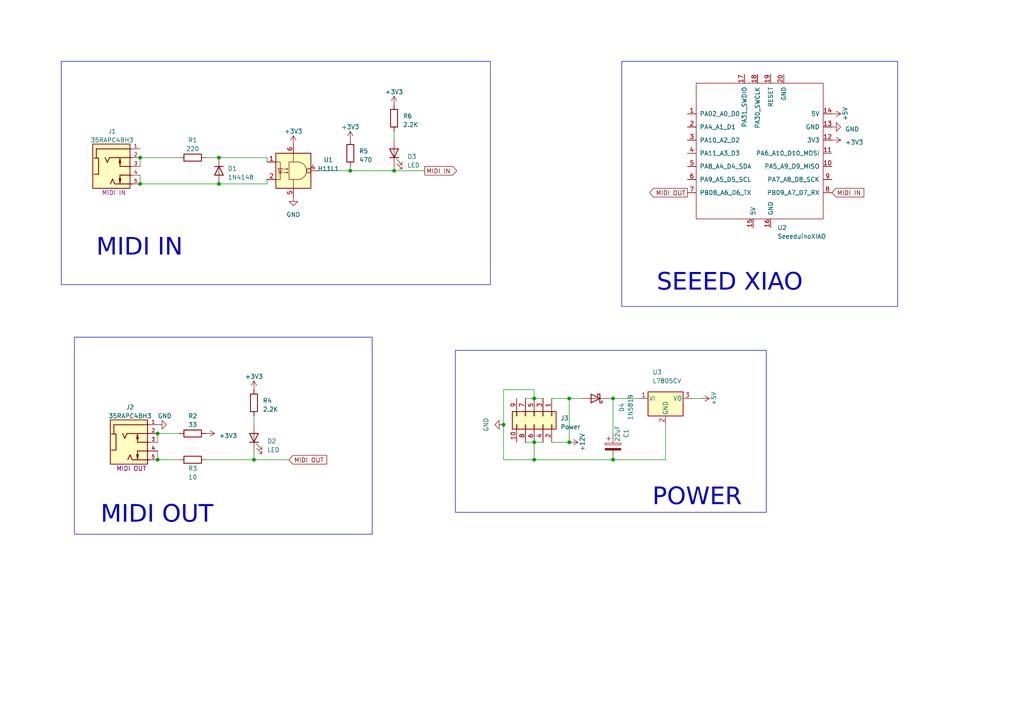
<source format=kicad_sch>
(kicad_sch (version 20230121) (generator eeschema)
  (paper "A4")
  (lib_symbols
    (symbol "1N5819_1" (pin_numbers hide) (pin_names (offset 1.016) hide)
      (property "Reference" "D10" (at -7.62 1.27 90))
      (property "Value" "1N5819" (at -10.16 -1.27 90))
      (symbol "1N5819_1_0_1"
        (polyline (pts (xy 1.27 0) (xy -1.27 0)))
        (polyline (pts (xy 1.27 1.27) (xy 1.27 -1.27) (xy -1.27 0) (xy 1.27 1.27)) (stroke (width 0.254)))
        (polyline (pts (xy -1.905 0.635) (xy -1.905 1.27) (xy -1.27 1.27) (xy -1.27 -1.27) (xy -0.635 -1.27) (xy -0.635 -0.635)) (stroke (width 0.254)))
      )
      (symbol "1N5819_1_1_1"
        (pin passive line (at -3.81 0 0) (length 2.54) (name "K") (number "1"))
        (pin passive line (at 3.81 0 180) (length 2.54) (name "A") (number "2"))
      )
    )
    (symbol "35RAPC4BH3_1" (pin_names (offset 1.016))
      (property "Reference" "J1" (at -0.514 10.16 0))
      (property "Value" "35RAPC4BH3" (at -0.514 7.62 0))
      (symbol "35RAPC4BH3_1_0_0"
        (rectangle (start -6.1079 6.4717) (end 4.6871 -6.35) (stroke (width 0.254)) (fill (type background)))
        (polyline (pts (xy -5.715 2.413) (xy -5.08 2.413)) (stroke (width 0.254)))
        (polyline (pts (xy -5.08 2.413) (xy -4.445 2.413)) (stroke (width 0.254)))
        (polyline (pts (xy -5.08 5.08) (xy -5.08 2.413)) (stroke (width 0.254)))
        (polyline (pts (xy -4.445 -2.286) (xy -5.715 -2.286)) (stroke (width 0.254)))
        (polyline (pts (xy -4.445 2.413) (xy -4.445 -2.286)) (stroke (width 0.254)))
        (polyline (pts (xy -1.905 1.143) (xy -2.54 2.54)) (stroke (width 0.254)))
        (polyline (pts (xy -1.27 2.54) (xy -1.905 1.143)) (stroke (width 0.254)))
        (polyline (pts (xy -0.381 -3.683) (xy -1.016 -5.08)) (stroke (width 0.254)))
        (polyline (pts (xy 0.254 -5.08) (xy -0.381 -3.683)) (stroke (width 0.254)))
        (polyline (pts (xy 1.778 -2.54) (xy 1.778 -4.318)) (stroke (width 0.254)))
        (polyline (pts (xy 1.778 -2.54) (xy 5.08 -2.54)) (stroke (width 0.254)))
        (polyline (pts (xy 1.778 0) (xy 1.778 1.778)) (stroke (width 0.254)))
        (polyline (pts (xy 1.778 0) (xy 5.08 0)) (stroke (width 0.254)))
        (polyline (pts (xy 5.08 2.54) (xy -1.27 2.54)) (stroke (width 0.254)))
        (polyline (pts (xy 5.08 5.08) (xy -5.08 5.08)) (stroke (width 0.254)))
        (polyline (pts (xy 5.4304 -5.0756) (xy 0.3504 -5.0756)) (stroke (width 0.254)))
        (polyline (pts (xy 1.778 -4.826) (xy 1.524 -3.556) (xy 2.032 -3.556) (xy 1.778 -4.826)) (stroke (width 0.254)) (fill (type outline)))
        (polyline (pts (xy 1.778 2.286) (xy 1.524 1.016) (xy 2.032 1.016) (xy 1.778 2.286)) (stroke (width 0.254)) (fill (type outline)))
        (pin passive line (at 7.62 5.08 180) (length 2.54) (name "~") (number "1"))
        (pin passive line (at 7.62 2.54 180) (length 2.54) (name "~") (number "2"))
        (pin passive line (at 7.62 0 180) (length 2.54) (name "~") (number "3"))
        (pin passive line (at 7.62 -2.54 180) (length 2.54) (name "~") (number "4"))
        (pin passive line (at 7.62 -5.08 180) (length 2.54) (name "~") (number "5"))
      )
    )
    (symbol "Connector_Generic:Conn_02x05_Odd_Even" (pin_names (offset 1.016) hide)
      (property "Reference" "J" (at 1.27 7.62 0))
      (property "Value" "Conn_02x05_Odd_Even" (at 1.27 -7.62 0))
      (symbol "Conn_02x05_Odd_Even_1_1"
        (rectangle (start -1.27 -4.953) (end 0 -5.207) (stroke (width 0.1524)))
        (rectangle (start -1.27 -2.413) (end 0 -2.667) (stroke (width 0.1524)))
        (rectangle (start -1.27 0.127) (end 0 -0.127) (stroke (width 0.1524)))
        (rectangle (start -1.27 2.667) (end 0 2.413) (stroke (width 0.1524)))
        (rectangle (start -1.27 5.207) (end 0 4.953) (stroke (width 0.1524)))
        (rectangle (start -1.27 6.35) (end 3.81 -6.35) (stroke (width 0.254)) (fill (type background)))
        (rectangle (start 3.81 -4.953) (end 2.54 -5.207) (stroke (width 0.1524)))
        (rectangle (start 3.81 -2.413) (end 2.54 -2.667) (stroke (width 0.1524)))
        (rectangle (start 3.81 0.127) (end 2.54 -0.127) (stroke (width 0.1524)))
        (rectangle (start 3.81 2.667) (end 2.54 2.413) (stroke (width 0.1524)))
        (rectangle (start 3.81 5.207) (end 2.54 4.953) (stroke (width 0.1524)))
        (pin passive line (at -5.08 5.08 0) (length 3.81) (name "Pin_1") (number "1"))
        (pin passive line (at 7.62 -5.08 180) (length 3.81) (name "Pin_10") (number "10"))
        (pin passive line (at 7.62 5.08 180) (length 3.81) (name "Pin_2") (number "2"))
        (pin passive line (at -5.08 2.54 0) (length 3.81) (name "Pin_3") (number "3"))
        (pin passive line (at 7.62 2.54 180) (length 3.81) (name "Pin_4") (number "4"))
        (pin passive line (at -5.08 0 0) (length 3.81) (name "Pin_5") (number "5"))
        (pin passive line (at 7.62 0 180) (length 3.81) (name "Pin_6") (number "6"))
        (pin passive line (at -5.08 -2.54 0) (length 3.81) (name "Pin_7") (number "7"))
        (pin passive line (at 7.62 -2.54 180) (length 3.81) (name "Pin_8") (number "8"))
        (pin passive line (at -5.08 -5.08 0) (length 3.81) (name "Pin_9") (number "9"))
      )
    )
    (symbol "Device:C_Polarized" (pin_numbers hide) (pin_names (offset 0.254))
      (property "Reference" "C1" (at -0.889 6.35 90))
      (property "Value" "22uF" (at -0.889 3.81 90))
      (symbol "C_Polarized_0_1"
        (rectangle (start -2.286 1.016) (end 2.286 0.508))
        (polyline (pts (xy -1.778 2.286) (xy -0.762 2.286)))
        (polyline (pts (xy -1.27 2.794) (xy -1.27 1.778)))
        (rectangle (start 2.286 -0.508) (end -2.286 -1.016) (fill (type outline)))
      )
      (symbol "C_Polarized_1_1"
        (pin passive line (at 0 3.81 270) (length 2.794) (name "~") (number "1"))
        (pin passive line (at 0 -3.81 90) (length 2.794) (name "~") (number "2"))
      )
    )
    (symbol "Device:LED" (pin_numbers hide) (pin_names (offset 1.016) hide)
      (property "Reference" "D" (at 0 2.54 0))
      (property "Value" "LED" (at 0 -2.54 0))
      (symbol "LED_0_1"
        (polyline (pts (xy -1.27 -1.27) (xy -1.27 1.27)) (stroke (width 0.254)))
        (polyline (pts (xy -1.27 0) (xy 1.27 0)))
        (polyline (pts (xy 1.27 -1.27) (xy 1.27 1.27) (xy -1.27 0) (xy 1.27 -1.27)) (stroke (width 0.254)))
        (polyline (pts (xy -3.048 -0.762) (xy -4.572 -2.286) (xy -3.81 -2.286) (xy -4.572 -2.286) (xy -4.572 -1.524)))
        (polyline (pts (xy -1.778 -0.762) (xy -3.302 -2.286) (xy -2.54 -2.286) (xy -3.302 -2.286) (xy -3.302 -1.524)))
      )
      (symbol "LED_1_1"
        (pin passive line (at -3.81 0 0) (length 2.54) (name "K") (number "1"))
        (pin passive line (at 3.81 0 180) (length 2.54) (name "A") (number "2"))
      )
    )
    (symbol "Device:R" (pin_numbers hide) (pin_names (offset 0))
      (property "Reference" "R" (at 2.032 0 90))
      (property "Value" "R" (at 0 0 90))
      (symbol "R_0_1"
        (rectangle (start -1.016 -2.54) (end 1.016 2.54) (stroke (width 0.254)))
      )
      (symbol "R_1_1"
        (pin passive line (at 0 3.81 270) (length 1.27) (name "~") (number "1"))
        (pin passive line (at 0 -3.81 90) (length 1.27) (name "~") (number "2"))
      )
    )
    (symbol "Diode:1N4148" (pin_numbers hide) (pin_names hide)
      (property "Reference" "D" (at 0 2.54 0))
      (property "Value" "1N4148" (at 0 -2.54 0))
      (symbol "1N4148_0_1"
        (polyline (pts (xy -1.27 1.27) (xy -1.27 -1.27)) (stroke (width 0.254)))
        (polyline (pts (xy 1.27 0) (xy -1.27 0)))
        (polyline (pts (xy 1.27 1.27) (xy 1.27 -1.27) (xy -1.27 0) (xy 1.27 1.27)) (stroke (width 0.254)))
      )
      (symbol "1N4148_1_1"
        (pin passive line (at -3.81 0 0) (length 2.54) (name "K") (number "1"))
        (pin passive line (at 3.81 0 180) (length 2.54) (name "A") (number "2"))
      )
    )
    (symbol "Import_Library:35RAPC4BH3" (pin_names (offset 1.016))
      (property "Reference" "J" (at -5.08 7.62 0))
      (property "Value" "35RAPC4BH3" (at -6.35 -8.89 0))
      (symbol "35RAPC4BH3_0_0"
        (rectangle (start -6.1079 6.4717) (end 4.6871 -6.35) (stroke (width 0.254)) (fill (type background)))
        (polyline (pts (xy -5.715 2.413) (xy -5.08 2.413)) (stroke (width 0.254)))
        (polyline (pts (xy -5.08 2.413) (xy -4.445 2.413)) (stroke (width 0.254)))
        (polyline (pts (xy -5.08 5.08) (xy -5.08 2.413)) (stroke (width 0.254)))
        (polyline (pts (xy -4.445 -2.286) (xy -5.715 -2.286)) (stroke (width 0.254)))
        (polyline (pts (xy -4.445 2.413) (xy -4.445 -2.286)) (stroke (width 0.254)))
        (polyline (pts (xy -1.905 1.143) (xy -2.54 2.54)) (stroke (width 0.254)))
        (polyline (pts (xy -1.27 2.54) (xy -1.905 1.143)) (stroke (width 0.254)))
        (polyline (pts (xy -0.381 -3.683) (xy -1.016 -5.08)) (stroke (width 0.254)))
        (polyline (pts (xy 0.254 -5.08) (xy -0.381 -3.683)) (stroke (width 0.254)))
        (polyline (pts (xy 1.778 -2.54) (xy 1.778 -4.318)) (stroke (width 0.254)))
        (polyline (pts (xy 1.778 -2.54) (xy 5.08 -2.54)) (stroke (width 0.254)))
        (polyline (pts (xy 1.778 0) (xy 1.778 1.778)) (stroke (width 0.254)))
        (polyline (pts (xy 1.778 0) (xy 5.08 0)) (stroke (width 0.254)))
        (polyline (pts (xy 5.08 2.54) (xy -1.27 2.54)) (stroke (width 0.254)))
        (polyline (pts (xy 5.08 5.08) (xy -5.08 5.08)) (stroke (width 0.254)))
        (polyline (pts (xy 5.3363 -5.096) (xy 0.2563 -5.096)) (stroke (width 0.254)))
        (polyline (pts (xy 1.778 -4.826) (xy 1.524 -3.556) (xy 2.032 -3.556) (xy 1.778 -4.826)) (stroke (width 0.254)) (fill (type outline)))
        (polyline (pts (xy 1.778 2.286) (xy 1.524 1.016) (xy 2.032 1.016) (xy 1.778 2.286)) (stroke (width 0.254)) (fill (type outline)))
        (pin passive line (at 7.62 5.08 180) (length 2.54) (name "~") (number "1"))
        (pin passive line (at 7.62 2.54 180) (length 2.54) (name "~") (number "2"))
        (pin passive line (at 7.62 0 180) (length 2.54) (name "~") (number "3"))
        (pin passive line (at 7.62 -2.54 180) (length 2.54) (name "~") (number "4"))
        (pin passive line (at 7.62 -5.08 180) (length 2.54) (name "~") (number "5"))
      )
    )
    (symbol "Import_Library:SeeeduinoXIAO" (pin_names (offset 1.016))
      (property "Reference" "U" (at -19.05 22.86 0))
      (property "Value" "SeeeduinoXIAO" (at -12.7 21.59 0))
      (symbol "SeeeduinoXIAO_0_1"
        (rectangle (start -19.05 20.32) (end 17.78 -19.05))
      )
      (symbol "SeeeduinoXIAO_1_1"
        (pin unspecified line (at -21.59 11.43 0) (length 2.54) (name "PA02_A0_D0") (number "1"))
        (pin unspecified line (at 20.32 -3.81 180) (length 2.54) (name "PA5_A9_D9_MISO") (number "10"))
        (pin unspecified line (at 20.32 0 180) (length 2.54) (name "PA6_A10_D10_MOSI") (number "11"))
        (pin unspecified line (at 20.32 3.81 180) (length 2.54) (name "3V3") (number "12"))
        (pin unspecified line (at 20.32 7.62 180) (length 2.54) (name "GND") (number "13"))
        (pin unspecified line (at 20.32 11.43 180) (length 2.54) (name "5V") (number "14"))
        (pin input line (at -2.54 -21.59 90) (length 2.54) (name "5V") (number "15"))
        (pin input line (at 2.54 -21.59 90) (length 2.54) (name "GND") (number "16"))
        (pin input line (at -5.08 22.86 270) (length 2.54) (name "PA31_SWDIO") (number "17"))
        (pin input line (at -1.27 22.86 270) (length 2.54) (name "PA30_SWCLK") (number "18"))
        (pin input line (at 2.54 22.86 270) (length 2.54) (name "RESET") (number "19"))
        (pin unspecified line (at -21.59 7.62 0) (length 2.54) (name "PA4_A1_D1") (number "2"))
        (pin input line (at 6.35 22.86 270) (length 2.54) (name "GND") (number "20"))
        (pin unspecified line (at -21.59 3.81 0) (length 2.54) (name "PA10_A2_D2") (number "3"))
        (pin unspecified line (at -21.59 0 0) (length 2.54) (name "PA11_A3_D3") (number "4"))
        (pin unspecified line (at -21.59 -3.81 0) (length 2.54) (name "PA8_A4_D4_SDA") (number "5"))
        (pin unspecified line (at -21.59 -7.62 0) (length 2.54) (name "PA9_A5_D5_SCL") (number "6"))
        (pin unspecified line (at -21.59 -11.43 0) (length 2.54) (name "PB08_A6_D6_TX") (number "7"))
        (pin unspecified line (at 20.32 -11.43 180) (length 2.54) (name "PB09_A7_D7_RX") (number "8"))
        (pin unspecified line (at 20.32 -7.62 180) (length 2.54) (name "PA7_A8_D8_SCK") (number "9"))
      )
    )
    (symbol "Isolator:H11L1" (pin_names (offset 1.016))
      (property "Reference" "U" (at 1.27 8.89 0))
      (property "Value" "H11L1" (at 1.27 6.35 0))
      (symbol "H11L1_0_1"
        (rectangle (start -5.08 5.08) (end 5.08 -5.08) (stroke (width 0.254)) (fill (type background)))
        (polyline (pts (xy -4.445 -0.635) (xy -3.175 -0.635)))
        (polyline (pts (xy 0 2.54) (xy 0 5.08)))
        (polyline (pts (xy 0 -2.54) (xy 0 -5.08) (xy 0 -3.81)))
        (polyline (pts (xy -5.08 -2.54) (xy -3.81 -2.54) (xy -3.81 2.54) (xy -5.08 2.54)))
        (polyline (pts (xy -3.81 -0.635) (xy -4.445 0.635) (xy -3.175 0.635) (xy -3.81 -0.635)))
        (polyline (pts (xy 1.27 -2.54) (xy -1.27 -2.54) (xy -1.27 2.54) (xy 1.27 2.54)))
        (polyline (pts (xy -2.794 -0.508) (xy -1.524 -0.508) (xy -1.905 -0.635) (xy -1.905 -0.381) (xy -1.524 -0.508)))
        (polyline (pts (xy -2.794 0.508) (xy -1.524 0.508) (xy -1.905 0.381) (xy -1.905 0.635) (xy -1.524 0.508)))
        (arc (start 1.27 -2.54) (mid 3.799 0) (end 1.27 2.54))
      )
      (symbol "H11L1_1_1"
        (pin passive line (at -7.62 2.54 0) (length 2.54) (name "~") (number "1"))
        (pin passive line (at -7.62 -2.54 0) (length 2.54) (name "~") (number "2"))
        (pin no_connect line (at -5.08 0 0) (length 2.54) hide (name "~") (number "3"))
        (pin output inverted (at 7.62 0 180) (length 3.81) (name "~") (number "4"))
        (pin power_in line (at 0 -7.62 90) (length 2.54) (name "~") (number "5"))
        (pin power_in line (at 0 7.62 270) (length 2.54) (name "~") (number "6"))
      )
    )
    (symbol "Regulator_Linear:LM7805_TO220" (pin_names (offset 0.254))
      (property "Reference" "U3" (at -3.81 7.62 0))
      (property "Value" "L7805CV" (at -3.81 5.08 0))
      (symbol "LM7805_TO220_0_1"
        (rectangle (start -5.08 1.905) (end 5.08 -5.08) (stroke (width 0.254)) (fill (type background)))
      )
      (symbol "LM7805_TO220_1_1"
        (pin power_in line (at -7.62 0 0) (length 2.54) (name "VI") (number "1"))
        (pin power_in line (at 0 -7.62 90) (length 2.54) (name "GND") (number "2"))
        (pin power_out line (at 7.62 0 180) (length 2.54) (name "VO") (number "3"))
      )
    )
    (symbol "power:+12V" (power) (pin_names (offset 0))
      (property "Value" "+12V" (at 0 3.556 0))
      (symbol "+12V_0_1"
        (polyline (pts (xy -0.762 1.27) (xy 0 2.54)))
        (polyline (pts (xy 0 0) (xy 0 2.54)))
        (polyline (pts (xy 0 2.54) (xy 0.762 1.27)))
      )
      (symbol "+12V_1_1"
        (pin power_in line (at 0 0 90) (length 0) hide (name "+12V") (number "1"))
      )
    )
    (symbol "power:+3V3" (power) (pin_names (offset 0))
      (property "Value" "+3V3" (at 0 3.556 0))
      (symbol "+3V3_0_1"
        (polyline (pts (xy -0.762 1.27) (xy 0 2.54)))
        (polyline (pts (xy 0 0) (xy 0 2.54)))
        (polyline (pts (xy 0 2.54) (xy 0.762 1.27)))
      )
      (symbol "+3V3_1_1"
        (pin power_in line (at 0 0 90) (length 0) hide (name "+3V3") (number "1"))
      )
    )
    (symbol "power:+5V" (power) (pin_names (offset 0))
      (property "Value" "+5V" (at 0 3.556 0))
      (symbol "+5V_0_1"
        (polyline (pts (xy -0.762 1.27) (xy 0 2.54)))
        (polyline (pts (xy 0 0) (xy 0 2.54)))
        (polyline (pts (xy 0 2.54) (xy 0.762 1.27)))
      )
      (symbol "+5V_1_1"
        (pin power_in line (at 0 0 90) (length 0) hide (name "+5V") (number "1"))
      )
    )
    (symbol "power:GND" (power) (pin_names (offset 0))
      (property "Value" "GND" (at 0 -3.81 0))
      (symbol "GND_0_1"
        (polyline (pts (xy 0 0) (xy 0 -1.27) (xy 1.27 -1.27) (xy 0 -2.54) (xy -1.27 -1.27) (xy 0 -1.27)))
      )
      (symbol "GND_1_1"
        (pin power_in line (at 0 0 270) (length 0) hide (name "GND") (number "1"))
      )
    )
  )
  (junction (at 177.8 115.57))
  (junction (at 63.5 45.72))
  (junction (at 101.6 49.53))
  (junction (at 154.94 128.27))
  (junction (at 154.94 133.35))
  (junction (at 114.3 49.53))
  (junction (at 45.72 133.35))
  (junction (at 40.64 53.34))
  (junction (at 165.1 128.27))
  (junction (at 165.1 115.57))
  (junction (at 146.05 123.19))
  (junction (at 40.64 45.72))
  (junction (at 154.94 115.57))
  (junction (at 177.8 133.35))
  (junction (at 73.66 133.35))
  (junction (at 63.5 53.34))
  (junction (at 45.72 125.73))
  (wire (pts (xy 73.66 133.35) (xy 73.66 130.81)))
  (wire (pts (xy 45.72 125.73) (xy 45.72 128.27)))
  (wire (pts (xy 152.4 128.27) (xy 154.94 128.27)))
  (wire (pts (xy 154.94 128.27) (xy 157.48 128.27)))
  (wire (pts (xy 146.05 113.03) (xy 146.05 123.19)))
  (wire (pts (xy 73.66 120.65) (xy 73.66 123.19)))
  (wire (pts (xy 73.66 133.35) (xy 83.82 133.35)))
  (wire (pts (xy 77.47 45.72) (xy 77.47 46.99)))
  (wire (pts (xy 59.69 45.72) (xy 63.5 45.72)))
  (wire (pts (xy 154.94 113.03) (xy 146.05 113.03)))
  (wire (pts (xy 40.64 45.72) (xy 40.64 48.26)))
  (wire (pts (xy 154.94 128.27) (xy 154.94 133.35)))
  (wire (pts (xy 193.04 133.35) (xy 193.04 123.19)))
  (wire (pts (xy 146.05 133.35) (xy 154.94 133.35)))
  (wire (pts (xy 92.71 49.53) (xy 101.6 49.53)))
  (wire (pts (xy 101.6 49.53) (xy 101.6 48.26)))
  (wire (pts (xy 168.91 115.57) (xy 165.1 115.57)))
  (wire (pts (xy 114.3 38.1) (xy 114.3 40.64)))
  (wire (pts (xy 160.02 128.27) (xy 165.1 128.27)))
  (wire (pts (xy 185.42 115.57) (xy 177.8 115.57)))
  (wire (pts (xy 45.72 133.35) (xy 52.07 133.35)))
  (wire (pts (xy 152.4 115.57) (xy 154.94 115.57)))
  (wire (pts (xy 114.3 49.53) (xy 123.19 49.53)))
  (wire (pts (xy 101.6 49.53) (xy 114.3 49.53)))
  (wire (pts (xy 63.5 53.34) (xy 77.47 53.34)))
  (wire (pts (xy 45.72 125.73) (xy 52.07 125.73)))
  (wire (pts (xy 154.94 133.35) (xy 177.8 133.35)))
  (wire (pts (xy 165.1 115.57) (xy 165.1 128.27)))
  (wire (pts (xy 40.64 45.72) (xy 52.07 45.72)))
  (wire (pts (xy 77.47 53.34) (xy 77.47 52.07)))
  (wire (pts (xy 146.05 123.19) (xy 146.05 133.35)))
  (wire (pts (xy 63.5 45.72) (xy 77.47 45.72)))
  (wire (pts (xy 177.8 115.57) (xy 176.53 115.57)))
  (wire (pts (xy 40.64 50.8) (xy 40.64 53.34)))
  (wire (pts (xy 114.3 49.53) (xy 114.3 48.26)))
  (wire (pts (xy 160.02 115.57) (xy 165.1 115.57)))
  (wire (pts (xy 203.2 115.57) (xy 200.66 115.57)))
  (wire (pts (xy 154.94 115.57) (xy 157.48 115.57)))
  (wire (pts (xy 177.8 133.35) (xy 193.04 133.35)))
  (wire (pts (xy 45.72 130.81) (xy 45.72 133.35)))
  (wire (pts (xy 177.8 115.57) (xy 177.8 125.73)))
  (wire (pts (xy 40.64 53.34) (xy 63.5 53.34)))
  (wire (pts (xy 154.94 113.03) (xy 154.94 115.57)))
  (wire (pts (xy 59.69 133.35) (xy 73.66 133.35)))
  (rectangle (start 21.59 97.79) (end 107.95 154.94))
  (rectangle (start 132.08 101.6) (end 222.25 148.59))
  (rectangle (start 17.78 17.78) (end 142.24 82.55))
  (rectangle (start 180.34 17.78) (end 260.35 88.9))
  (text "POWER" (at 189.23 148.59 0) (effects (font (size 5 5)) (justify left bottom)))
  (text "MIDI IN" (at 27.94 76.2 0) (effects (font (size 5 5)) (justify left bottom)))
  (text "SEEED XIAO" (at 190.5 86.36 0) (effects (font (size 5 5)) (justify left bottom)))
  (text "MIDI OUT" (at 29.21 153.67 0) (effects (font (size 5 5)) (justify left bottom)))
  (global_label "MIDI IN" (shape output) (at 123.19 49.53 0) (property "Intersheetrefs" "${INTERSHEET_REFS}" (effects hide)))
  (global_label "MIDI OUT" (shape output) (at 199.39 55.88 180) (property "Intersheetrefs" "${INTERSHEET_REFS}" (effects hide)))
  (global_label "MIDI IN" (shape input) (at 241.3 55.88 0) (property "Intersheetrefs" "${INTERSHEET_REFS}" (effects hide)))
  (global_label "MIDI OUT" (shape input) (at 83.82 133.35 0) (property "Intersheetrefs" "${INTERSHEET_REFS}" (effects hide)))
  (symbol (lib_id "power:+12V") (at 165.1 128.27 270) (unit 1)
    (property "Reference" "#PWR012" (effects hide))
    (property "Value" "+12V" (at 168.91 128.27 0))
  )
  (symbol (lib_id "Device:LED") (at 73.66 127 90) (unit 1)
    (property "Reference" "D2" (at 77.47 127.9525 90) (effects (justify right)))
    (property "Value" "LED" (at 77.47 130.4925 90) (effects (justify right)))
    (property "Footprint" "LED_THT:LED_D3.0mm_Horizontal_O3.81mm_Z2.0mm" (effects hide))
  )
  (symbol (lib_id "power:+3V3") (at 101.6 40.64 0) (unit 1)
    (property "Reference" "#PWR03" (effects hide))
    (property "Value" "+3V3" (at 101.6 36.83 0))
  )
  (symbol (lib_id "power:GND") (at 45.72 123.19 90) (unit 1)
    (property "Reference" "#PWR07" (effects hide))
    (property "Value" "GND" (at 45.72 120.65 90) (effects (justify right)))
  )
  (symbol (lib_id "power:+3V3") (at 59.69 125.73 270) (unit 1)
    (property "Reference" "#PWR01" (effects hide))
    (property "Value" "+3V3" (at 63.5 126.365 90) (effects (justify left)))
  )
  (symbol (lib_id "power:+5V") (at 203.2 115.57 270) (unit 1)
    (property "Reference" "#PWR010" (effects hide))
    (property "Value" "+5V" (at 207.01 115.57 0))
  )
  (symbol (lib_name "1N5819_1") (lib_id "Diode:1N5819") (at 172.72 115.57 180) (unit 1)
    (property "Reference" "D4" (at 180.34 116.84 90) (effects (justify left)))
    (property "Value" "1N5819" (at 182.88 114.3 90) (effects (justify left)))
    (property "Footprint" "Diode_THT:D_DO-41_SOD81_P7.62mm_Horizontal" (effects hide))
    (property "Datasheet" "http://www.vishay.com/docs/88525/1n5817.pdf" (effects hide))
  )
  (symbol (lib_id "Device:C_Polarized") (at 177.8 129.54 0) (unit 1)
    (property "Reference" "C1" (at 181.61 125.73 90))
    (property "Value" "22uF" (at 179.07 125.73 90))
    (property "Footprint" "Capacitor_THT:CP_Radial_D5.0mm_P2.50mm" (effects hide))
  )
  (symbol (lib_id "Import_Library:35RAPC4BH3") (at 38.1 128.27 0) (unit 1)
    (property "Reference" "J2" (at 37.7142 118.11 0))
    (property "Value" "35RAPC4BH3" (at 37.7142 120.65 0))
    (property "Footprint" "Import Library:Socket-Horizontal stereo 2-switch THT-SWITCHCRAFT_35RAPC4BH3" (effects hide))
    (property "Label" "MIDI OUT" (at 38.1 135.89 0))
  )
  (symbol (lib_name "35RAPC4BH3_1") (lib_id "Import_Library:35RAPC4BH3") (at 33.02 48.26 0) (unit 1)
    (property "Reference" "J1" (at 32.506 38.1 0))
    (property "Value" "35RAPC4BH3" (at 32.506 40.64 0))
    (property "Footprint" "Import Library:Socket-Horizontal stereo 2-switch THT-SWITCHCRAFT_35RAPC4BH3" (effects hide))
    (property "Label" "MIDI IN" (at 33.02 55.88 0))
  )
  (symbol (lib_id "Device:R") (at 114.3 34.29 0) (unit 1)
    (property "Reference" "R6" (at 116.84 33.655 0) (effects (justify left)))
    (property "Value" "2.2K" (at 116.84 36.195 0) (effects (justify left)))
    (property "Footprint" "Import Library:Resistor-THT-Axial Horizontal pin pitch 7.62mm 0.25W" (effects hide))
  )
  (symbol (lib_id "Device:LED") (at 114.3 44.45 90) (unit 1)
    (property "Reference" "D3" (at 118.11 45.4025 90) (effects (justify right)))
    (property "Value" "LED" (at 118.11 47.9425 90) (effects (justify right)))
    (property "Footprint" "LED_THT:LED_D3.0mm_Horizontal_O3.81mm_Z2.0mm" (effects hide))
  )
  (symbol (lib_id "Regulator_Linear:LM7805_TO220") (at 193.04 115.57 0) (unit 1)
    (property "Reference" "U3" (at 189.23 107.95 0) (effects (justify left)))
    (property "Value" "L7805CV" (at 189.23 110.49 0) (effects (justify left)))
    (property "Footprint" "Package_TO_SOT_THT:TO-220-3_Horizontal_TabDown" (effects hide))
    (property "Datasheet" "https://www.onsemi.cn/PowerSolutions/document/MC7800-D.PDF" (effects hide))
  )
  (symbol (lib_id "Device:R") (at 55.88 45.72 270) (unit 1)
    (property "Reference" "R1" (at 55.88 40.64 90))
    (property "Value" "220" (at 55.88 43.18 90))
    (property "Footprint" "Import Library:Resistor-THT-Axial Horizontal pin pitch 7.62mm 0.25W" (effects hide))
  )
  (symbol (lib_id "Connector_Generic:Conn_02x05_Odd_Even") (at 154.94 120.65 270) (unit 1)
    (property "Reference" "J3" (at 162.56 121.285 90) (effects (justify left)))
    (property "Value" "Power" (at 162.56 123.825 90) (effects (justify left)))
    (property "Footprint" "Connector_PinHeader_2.54mm:PinHeader_2x05_P2.54mm_Horizontal" (effects hide))
  )
  (symbol (lib_id "power:GND") (at 85.09 57.15 0) (unit 1)
    (property "Reference" "#PWR08" (effects hide))
    (property "Value" "GND" (at 85.09 62.23 0))
  )
  (symbol (lib_id "power:+5V") (at 241.3 33.02 270) (unit 1)
    (property "Reference" "#PWR013" (effects hide))
    (property "Value" "+5V" (at 245.11 33.02 0))
  )
  (symbol (lib_id "Device:R") (at 101.6 44.45 0) (unit 1)
    (property "Reference" "R5" (at 104.14 43.815 0) (effects (justify left)))
    (property "Value" "470" (at 104.14 46.355 0) (effects (justify left)))
    (property "Footprint" "Import Library:Resistor-THT-Axial Horizontal pin pitch 7.62mm 0.25W" (effects hide))
  )
  (symbol (lib_id "Device:R") (at 55.88 133.35 270) (unit 1)
    (property "Reference" "R3" (at 55.88 135.89 90))
    (property "Value" "10" (at 55.88 138.43 90))
    (property "Footprint" "Import Library:Resistor-THT-Axial Horizontal pin pitch 7.62mm 0.25W" (effects hide))
  )
  (symbol (lib_id "power:+3V3") (at 73.66 113.03 0) (unit 1)
    (property "Reference" "#PWR02" (effects hide))
    (property "Value" "+3V3" (at 73.66 109.22 0))
  )
  (symbol (lib_id "power:+3V3") (at 114.3 30.48 0) (unit 1)
    (property "Reference" "#PWR04" (effects hide))
    (property "Value" "+3V3" (at 114.3 26.67 0))
  )
  (symbol (lib_id "Diode:1N4148") (at 63.5 49.53 270) (unit 1)
    (property "Reference" "D1" (at 66.04 48.895 90) (effects (justify left)))
    (property "Value" "1N4148" (at 66.04 51.435 90) (effects (justify left)))
    (property "Footprint" "Diode_THT:D_DO-35_SOD27_P7.62mm_Horizontal" (effects hide))
    (property "Datasheet" "https://assets.nexperia.com/documents/data-sheet/1N4148_1N4448.pdf" (effects hide))
    (property "Sim.Device" "D" (effects hide))
    (property "Sim.Pins" "1=K 2=A" (effects hide))
  )
  (symbol (lib_id "power:+3V3") (at 241.3 40.64 270) (unit 1)
    (property "Reference" "#PWR05" (effects hide))
    (property "Value" "+3V3" (at 245.11 41.275 90) (effects (justify left)))
  )
  (symbol (lib_id "power:GND") (at 241.3 36.83 90) (unit 1)
    (property "Reference" "#PWR06" (effects hide))
    (property "Value" "GND" (at 245.11 37.465 90) (effects (justify right)))
  )
  (symbol (lib_id "Isolator:H11L1") (at 85.09 49.53 0) (unit 1)
    (property "Reference" "U1" (at 95.25 46.3551 0))
    (property "Value" "H11L1" (at 95.25 48.8951 0))
    (property "Footprint" "Package_DIP:DIP-6_W7.62mm_LongPads" (effects hide))
    (property "Datasheet" "https://www.onsemi.com/pub/Collateral/H11L3M-D.PDF" (effects hide))
  )
  (symbol (lib_id "Device:R") (at 55.88 125.73 270) (unit 1)
    (property "Reference" "R2" (at 55.88 120.65 90))
    (property "Value" "33" (at 55.88 123.19 90))
    (property "Footprint" "Import Library:Resistor-THT-Axial Horizontal pin pitch 7.62mm 0.25W" (effects hide))
  )
  (symbol (lib_id "Device:R") (at 73.66 116.84 0) (unit 1)
    (property "Reference" "R4" (at 76.2 116.205 0) (effects (justify left)))
    (property "Value" "2.2K" (at 76.2 118.745 0) (effects (justify left)))
    (property "Footprint" "Import Library:Resistor-THT-Axial Horizontal pin pitch 7.62mm 0.25W" (effects hide))
  )
  (symbol (lib_id "Import_Library:SeeeduinoXIAO") (at 220.98 44.45 0) (unit 1)
    (property "Reference" "U2" (at 225.4759 66.04 0) (effects (justify left)))
    (property "Value" "SeeeduinoXIAO" (at 225.4759 68.58 0) (effects (justify left)))
    (property "Footprint" "Import Library:Microcontroller-XIAO RP2040" (effects hide))
  )
  (symbol (lib_id "power:+3V3") (at 85.09 41.91 0) (unit 1)
    (property "Reference" "#PWR09" (effects hide))
    (property "Value" "+3V3" (at 85.09 38.1 0))
  )
  (symbol (lib_id "power:GND") (at 146.05 123.19 270) (unit 1)
    (property "Reference" "#PWR011" (effects hide))
    (property "Value" "GND" (at 140.97 123.19 0))
  )
)
</source>
